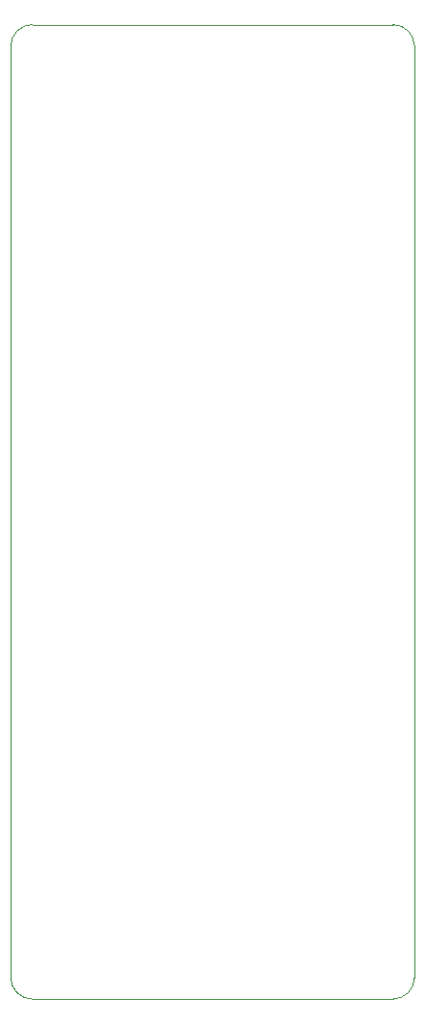
<source format=gbr>
%TF.GenerationSoftware,KiCad,Pcbnew,(6.0.1)*%
%TF.CreationDate,2022-10-31T16:46:04+01:00*%
%TF.ProjectId,ESPRocks,45535052-6f63-46b7-932e-6b696361645f,rev?*%
%TF.SameCoordinates,Original*%
%TF.FileFunction,Profile,NP*%
%FSLAX46Y46*%
G04 Gerber Fmt 4.6, Leading zero omitted, Abs format (unit mm)*
G04 Created by KiCad (PCBNEW (6.0.1)) date 2022-10-31 16:46:04*
%MOMM*%
%LPD*%
G01*
G04 APERTURE LIST*
%TA.AperFunction,Profile*%
%ADD10C,0.100000*%
%TD*%
G04 APERTURE END LIST*
D10*
X135119800Y-134543800D02*
G75*
G03*
X137024800Y-132638800I-1J1905001D01*
G01*
X101464800Y-132638800D02*
G75*
G03*
X103369800Y-134543800I1905001J1D01*
G01*
X135119800Y-134543800D02*
X103369800Y-134543800D01*
X103369800Y-48818800D02*
X135119800Y-48818800D01*
X137024800Y-132638800D02*
X137024800Y-50723800D01*
X101464800Y-50723800D02*
X101464800Y-132638800D01*
X103369800Y-48818800D02*
G75*
G03*
X101464800Y-50723800I1J-1905001D01*
G01*
X137024800Y-50723800D02*
G75*
G03*
X135119800Y-48818800I-1905001J-1D01*
G01*
M02*

</source>
